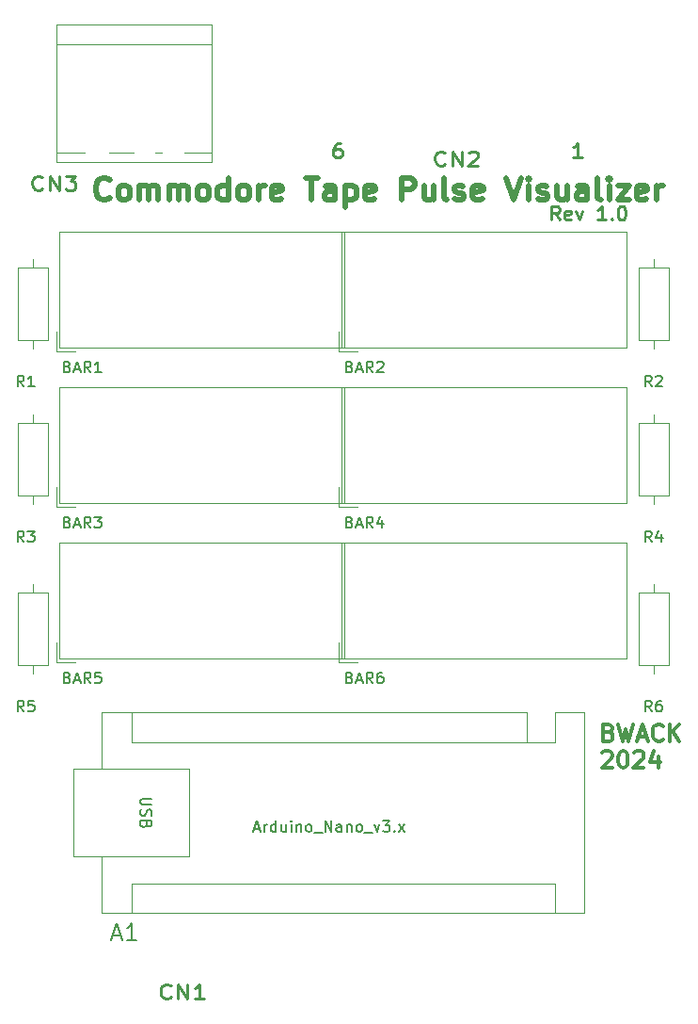
<source format=gbr>
%TF.GenerationSoftware,KiCad,Pcbnew,7.0.10-7.0.10~ubuntu20.04.1*%
%TF.CreationDate,2024-02-04T15:22:38+01:00*%
%TF.ProjectId,tapeadj,74617065-6164-46a2-9e6b-696361645f70,1.0*%
%TF.SameCoordinates,Original*%
%TF.FileFunction,Legend,Top*%
%TF.FilePolarity,Positive*%
%FSLAX46Y46*%
G04 Gerber Fmt 4.6, Leading zero omitted, Abs format (unit mm)*
G04 Created by KiCad (PCBNEW 7.0.10-7.0.10~ubuntu20.04.1) date 2024-02-04 15:22:38*
%MOMM*%
%LPD*%
G01*
G04 APERTURE LIST*
%ADD10C,0.250000*%
%ADD11C,0.500000*%
%ADD12C,0.300000*%
%ADD13C,0.150000*%
%ADD14C,0.120000*%
G04 APERTURE END LIST*
D10*
X115984377Y-44538023D02*
X115567711Y-43942785D01*
X115270092Y-44538023D02*
X115270092Y-43288023D01*
X115270092Y-43288023D02*
X115746282Y-43288023D01*
X115746282Y-43288023D02*
X115865330Y-43347547D01*
X115865330Y-43347547D02*
X115924853Y-43407071D01*
X115924853Y-43407071D02*
X115984377Y-43526119D01*
X115984377Y-43526119D02*
X115984377Y-43704690D01*
X115984377Y-43704690D02*
X115924853Y-43823738D01*
X115924853Y-43823738D02*
X115865330Y-43883261D01*
X115865330Y-43883261D02*
X115746282Y-43942785D01*
X115746282Y-43942785D02*
X115270092Y-43942785D01*
X116996282Y-44478500D02*
X116877234Y-44538023D01*
X116877234Y-44538023D02*
X116639139Y-44538023D01*
X116639139Y-44538023D02*
X116520092Y-44478500D01*
X116520092Y-44478500D02*
X116460568Y-44359452D01*
X116460568Y-44359452D02*
X116460568Y-43883261D01*
X116460568Y-43883261D02*
X116520092Y-43764214D01*
X116520092Y-43764214D02*
X116639139Y-43704690D01*
X116639139Y-43704690D02*
X116877234Y-43704690D01*
X116877234Y-43704690D02*
X116996282Y-43764214D01*
X116996282Y-43764214D02*
X117055806Y-43883261D01*
X117055806Y-43883261D02*
X117055806Y-44002309D01*
X117055806Y-44002309D02*
X116460568Y-44121357D01*
X117472473Y-43704690D02*
X117770092Y-44538023D01*
X117770092Y-44538023D02*
X118067711Y-43704690D01*
X120151044Y-44538023D02*
X119436759Y-44538023D01*
X119793902Y-44538023D02*
X119793902Y-43288023D01*
X119793902Y-43288023D02*
X119674854Y-43466595D01*
X119674854Y-43466595D02*
X119555806Y-43585642D01*
X119555806Y-43585642D02*
X119436759Y-43645166D01*
X120686759Y-44418976D02*
X120746282Y-44478500D01*
X120746282Y-44478500D02*
X120686759Y-44538023D01*
X120686759Y-44538023D02*
X120627235Y-44478500D01*
X120627235Y-44478500D02*
X120686759Y-44418976D01*
X120686759Y-44418976D02*
X120686759Y-44538023D01*
X121520092Y-43288023D02*
X121639139Y-43288023D01*
X121639139Y-43288023D02*
X121758187Y-43347547D01*
X121758187Y-43347547D02*
X121817711Y-43407071D01*
X121817711Y-43407071D02*
X121877235Y-43526119D01*
X121877235Y-43526119D02*
X121936758Y-43764214D01*
X121936758Y-43764214D02*
X121936758Y-44061833D01*
X121936758Y-44061833D02*
X121877235Y-44299928D01*
X121877235Y-44299928D02*
X121817711Y-44418976D01*
X121817711Y-44418976D02*
X121758187Y-44478500D01*
X121758187Y-44478500D02*
X121639139Y-44538023D01*
X121639139Y-44538023D02*
X121520092Y-44538023D01*
X121520092Y-44538023D02*
X121401044Y-44478500D01*
X121401044Y-44478500D02*
X121341520Y-44418976D01*
X121341520Y-44418976D02*
X121281997Y-44299928D01*
X121281997Y-44299928D02*
X121222473Y-44061833D01*
X121222473Y-44061833D02*
X121222473Y-43764214D01*
X121222473Y-43764214D02*
X121281997Y-43526119D01*
X121281997Y-43526119D02*
X121341520Y-43407071D01*
X121341520Y-43407071D02*
X121401044Y-43347547D01*
X121401044Y-43347547D02*
X121520092Y-43288023D01*
D11*
X75506394Y-42566361D02*
X75411156Y-42661600D01*
X75411156Y-42661600D02*
X75125442Y-42756838D01*
X75125442Y-42756838D02*
X74934966Y-42756838D01*
X74934966Y-42756838D02*
X74649251Y-42661600D01*
X74649251Y-42661600D02*
X74458775Y-42471123D01*
X74458775Y-42471123D02*
X74363537Y-42280647D01*
X74363537Y-42280647D02*
X74268299Y-41899695D01*
X74268299Y-41899695D02*
X74268299Y-41613980D01*
X74268299Y-41613980D02*
X74363537Y-41233028D01*
X74363537Y-41233028D02*
X74458775Y-41042552D01*
X74458775Y-41042552D02*
X74649251Y-40852076D01*
X74649251Y-40852076D02*
X74934966Y-40756838D01*
X74934966Y-40756838D02*
X75125442Y-40756838D01*
X75125442Y-40756838D02*
X75411156Y-40852076D01*
X75411156Y-40852076D02*
X75506394Y-40947314D01*
X76649251Y-42756838D02*
X76458775Y-42661600D01*
X76458775Y-42661600D02*
X76363537Y-42566361D01*
X76363537Y-42566361D02*
X76268299Y-42375885D01*
X76268299Y-42375885D02*
X76268299Y-41804457D01*
X76268299Y-41804457D02*
X76363537Y-41613980D01*
X76363537Y-41613980D02*
X76458775Y-41518742D01*
X76458775Y-41518742D02*
X76649251Y-41423504D01*
X76649251Y-41423504D02*
X76934966Y-41423504D01*
X76934966Y-41423504D02*
X77125442Y-41518742D01*
X77125442Y-41518742D02*
X77220680Y-41613980D01*
X77220680Y-41613980D02*
X77315918Y-41804457D01*
X77315918Y-41804457D02*
X77315918Y-42375885D01*
X77315918Y-42375885D02*
X77220680Y-42566361D01*
X77220680Y-42566361D02*
X77125442Y-42661600D01*
X77125442Y-42661600D02*
X76934966Y-42756838D01*
X76934966Y-42756838D02*
X76649251Y-42756838D01*
X78173061Y-42756838D02*
X78173061Y-41423504D01*
X78173061Y-41613980D02*
X78268299Y-41518742D01*
X78268299Y-41518742D02*
X78458775Y-41423504D01*
X78458775Y-41423504D02*
X78744490Y-41423504D01*
X78744490Y-41423504D02*
X78934966Y-41518742D01*
X78934966Y-41518742D02*
X79030204Y-41709219D01*
X79030204Y-41709219D02*
X79030204Y-42756838D01*
X79030204Y-41709219D02*
X79125442Y-41518742D01*
X79125442Y-41518742D02*
X79315918Y-41423504D01*
X79315918Y-41423504D02*
X79601632Y-41423504D01*
X79601632Y-41423504D02*
X79792109Y-41518742D01*
X79792109Y-41518742D02*
X79887347Y-41709219D01*
X79887347Y-41709219D02*
X79887347Y-42756838D01*
X80839728Y-42756838D02*
X80839728Y-41423504D01*
X80839728Y-41613980D02*
X80934966Y-41518742D01*
X80934966Y-41518742D02*
X81125442Y-41423504D01*
X81125442Y-41423504D02*
X81411157Y-41423504D01*
X81411157Y-41423504D02*
X81601633Y-41518742D01*
X81601633Y-41518742D02*
X81696871Y-41709219D01*
X81696871Y-41709219D02*
X81696871Y-42756838D01*
X81696871Y-41709219D02*
X81792109Y-41518742D01*
X81792109Y-41518742D02*
X81982585Y-41423504D01*
X81982585Y-41423504D02*
X82268299Y-41423504D01*
X82268299Y-41423504D02*
X82458776Y-41518742D01*
X82458776Y-41518742D02*
X82554014Y-41709219D01*
X82554014Y-41709219D02*
X82554014Y-42756838D01*
X83792109Y-42756838D02*
X83601633Y-42661600D01*
X83601633Y-42661600D02*
X83506395Y-42566361D01*
X83506395Y-42566361D02*
X83411157Y-42375885D01*
X83411157Y-42375885D02*
X83411157Y-41804457D01*
X83411157Y-41804457D02*
X83506395Y-41613980D01*
X83506395Y-41613980D02*
X83601633Y-41518742D01*
X83601633Y-41518742D02*
X83792109Y-41423504D01*
X83792109Y-41423504D02*
X84077824Y-41423504D01*
X84077824Y-41423504D02*
X84268300Y-41518742D01*
X84268300Y-41518742D02*
X84363538Y-41613980D01*
X84363538Y-41613980D02*
X84458776Y-41804457D01*
X84458776Y-41804457D02*
X84458776Y-42375885D01*
X84458776Y-42375885D02*
X84363538Y-42566361D01*
X84363538Y-42566361D02*
X84268300Y-42661600D01*
X84268300Y-42661600D02*
X84077824Y-42756838D01*
X84077824Y-42756838D02*
X83792109Y-42756838D01*
X86173062Y-42756838D02*
X86173062Y-40756838D01*
X86173062Y-42661600D02*
X85982586Y-42756838D01*
X85982586Y-42756838D02*
X85601633Y-42756838D01*
X85601633Y-42756838D02*
X85411157Y-42661600D01*
X85411157Y-42661600D02*
X85315919Y-42566361D01*
X85315919Y-42566361D02*
X85220681Y-42375885D01*
X85220681Y-42375885D02*
X85220681Y-41804457D01*
X85220681Y-41804457D02*
X85315919Y-41613980D01*
X85315919Y-41613980D02*
X85411157Y-41518742D01*
X85411157Y-41518742D02*
X85601633Y-41423504D01*
X85601633Y-41423504D02*
X85982586Y-41423504D01*
X85982586Y-41423504D02*
X86173062Y-41518742D01*
X87411157Y-42756838D02*
X87220681Y-42661600D01*
X87220681Y-42661600D02*
X87125443Y-42566361D01*
X87125443Y-42566361D02*
X87030205Y-42375885D01*
X87030205Y-42375885D02*
X87030205Y-41804457D01*
X87030205Y-41804457D02*
X87125443Y-41613980D01*
X87125443Y-41613980D02*
X87220681Y-41518742D01*
X87220681Y-41518742D02*
X87411157Y-41423504D01*
X87411157Y-41423504D02*
X87696872Y-41423504D01*
X87696872Y-41423504D02*
X87887348Y-41518742D01*
X87887348Y-41518742D02*
X87982586Y-41613980D01*
X87982586Y-41613980D02*
X88077824Y-41804457D01*
X88077824Y-41804457D02*
X88077824Y-42375885D01*
X88077824Y-42375885D02*
X87982586Y-42566361D01*
X87982586Y-42566361D02*
X87887348Y-42661600D01*
X87887348Y-42661600D02*
X87696872Y-42756838D01*
X87696872Y-42756838D02*
X87411157Y-42756838D01*
X88934967Y-42756838D02*
X88934967Y-41423504D01*
X88934967Y-41804457D02*
X89030205Y-41613980D01*
X89030205Y-41613980D02*
X89125443Y-41518742D01*
X89125443Y-41518742D02*
X89315919Y-41423504D01*
X89315919Y-41423504D02*
X89506396Y-41423504D01*
X90934967Y-42661600D02*
X90744491Y-42756838D01*
X90744491Y-42756838D02*
X90363538Y-42756838D01*
X90363538Y-42756838D02*
X90173062Y-42661600D01*
X90173062Y-42661600D02*
X90077824Y-42471123D01*
X90077824Y-42471123D02*
X90077824Y-41709219D01*
X90077824Y-41709219D02*
X90173062Y-41518742D01*
X90173062Y-41518742D02*
X90363538Y-41423504D01*
X90363538Y-41423504D02*
X90744491Y-41423504D01*
X90744491Y-41423504D02*
X90934967Y-41518742D01*
X90934967Y-41518742D02*
X91030205Y-41709219D01*
X91030205Y-41709219D02*
X91030205Y-41899695D01*
X91030205Y-41899695D02*
X90077824Y-42090171D01*
X93125444Y-40756838D02*
X94268301Y-40756838D01*
X93696872Y-42756838D02*
X93696872Y-40756838D01*
X95792111Y-42756838D02*
X95792111Y-41709219D01*
X95792111Y-41709219D02*
X95696873Y-41518742D01*
X95696873Y-41518742D02*
X95506397Y-41423504D01*
X95506397Y-41423504D02*
X95125444Y-41423504D01*
X95125444Y-41423504D02*
X94934968Y-41518742D01*
X95792111Y-42661600D02*
X95601635Y-42756838D01*
X95601635Y-42756838D02*
X95125444Y-42756838D01*
X95125444Y-42756838D02*
X94934968Y-42661600D01*
X94934968Y-42661600D02*
X94839730Y-42471123D01*
X94839730Y-42471123D02*
X94839730Y-42280647D01*
X94839730Y-42280647D02*
X94934968Y-42090171D01*
X94934968Y-42090171D02*
X95125444Y-41994933D01*
X95125444Y-41994933D02*
X95601635Y-41994933D01*
X95601635Y-41994933D02*
X95792111Y-41899695D01*
X96744492Y-41423504D02*
X96744492Y-43423504D01*
X96744492Y-41518742D02*
X96934968Y-41423504D01*
X96934968Y-41423504D02*
X97315921Y-41423504D01*
X97315921Y-41423504D02*
X97506397Y-41518742D01*
X97506397Y-41518742D02*
X97601635Y-41613980D01*
X97601635Y-41613980D02*
X97696873Y-41804457D01*
X97696873Y-41804457D02*
X97696873Y-42375885D01*
X97696873Y-42375885D02*
X97601635Y-42566361D01*
X97601635Y-42566361D02*
X97506397Y-42661600D01*
X97506397Y-42661600D02*
X97315921Y-42756838D01*
X97315921Y-42756838D02*
X96934968Y-42756838D01*
X96934968Y-42756838D02*
X96744492Y-42661600D01*
X99315921Y-42661600D02*
X99125445Y-42756838D01*
X99125445Y-42756838D02*
X98744492Y-42756838D01*
X98744492Y-42756838D02*
X98554016Y-42661600D01*
X98554016Y-42661600D02*
X98458778Y-42471123D01*
X98458778Y-42471123D02*
X98458778Y-41709219D01*
X98458778Y-41709219D02*
X98554016Y-41518742D01*
X98554016Y-41518742D02*
X98744492Y-41423504D01*
X98744492Y-41423504D02*
X99125445Y-41423504D01*
X99125445Y-41423504D02*
X99315921Y-41518742D01*
X99315921Y-41518742D02*
X99411159Y-41709219D01*
X99411159Y-41709219D02*
X99411159Y-41899695D01*
X99411159Y-41899695D02*
X98458778Y-42090171D01*
X101792112Y-42756838D02*
X101792112Y-40756838D01*
X101792112Y-40756838D02*
X102554017Y-40756838D01*
X102554017Y-40756838D02*
X102744493Y-40852076D01*
X102744493Y-40852076D02*
X102839731Y-40947314D01*
X102839731Y-40947314D02*
X102934969Y-41137790D01*
X102934969Y-41137790D02*
X102934969Y-41423504D01*
X102934969Y-41423504D02*
X102839731Y-41613980D01*
X102839731Y-41613980D02*
X102744493Y-41709219D01*
X102744493Y-41709219D02*
X102554017Y-41804457D01*
X102554017Y-41804457D02*
X101792112Y-41804457D01*
X104649255Y-41423504D02*
X104649255Y-42756838D01*
X103792112Y-41423504D02*
X103792112Y-42471123D01*
X103792112Y-42471123D02*
X103887350Y-42661600D01*
X103887350Y-42661600D02*
X104077826Y-42756838D01*
X104077826Y-42756838D02*
X104363541Y-42756838D01*
X104363541Y-42756838D02*
X104554017Y-42661600D01*
X104554017Y-42661600D02*
X104649255Y-42566361D01*
X105887350Y-42756838D02*
X105696874Y-42661600D01*
X105696874Y-42661600D02*
X105601636Y-42471123D01*
X105601636Y-42471123D02*
X105601636Y-40756838D01*
X106554017Y-42661600D02*
X106744493Y-42756838D01*
X106744493Y-42756838D02*
X107125445Y-42756838D01*
X107125445Y-42756838D02*
X107315922Y-42661600D01*
X107315922Y-42661600D02*
X107411160Y-42471123D01*
X107411160Y-42471123D02*
X107411160Y-42375885D01*
X107411160Y-42375885D02*
X107315922Y-42185409D01*
X107315922Y-42185409D02*
X107125445Y-42090171D01*
X107125445Y-42090171D02*
X106839731Y-42090171D01*
X106839731Y-42090171D02*
X106649255Y-41994933D01*
X106649255Y-41994933D02*
X106554017Y-41804457D01*
X106554017Y-41804457D02*
X106554017Y-41709219D01*
X106554017Y-41709219D02*
X106649255Y-41518742D01*
X106649255Y-41518742D02*
X106839731Y-41423504D01*
X106839731Y-41423504D02*
X107125445Y-41423504D01*
X107125445Y-41423504D02*
X107315922Y-41518742D01*
X109030208Y-42661600D02*
X108839732Y-42756838D01*
X108839732Y-42756838D02*
X108458779Y-42756838D01*
X108458779Y-42756838D02*
X108268303Y-42661600D01*
X108268303Y-42661600D02*
X108173065Y-42471123D01*
X108173065Y-42471123D02*
X108173065Y-41709219D01*
X108173065Y-41709219D02*
X108268303Y-41518742D01*
X108268303Y-41518742D02*
X108458779Y-41423504D01*
X108458779Y-41423504D02*
X108839732Y-41423504D01*
X108839732Y-41423504D02*
X109030208Y-41518742D01*
X109030208Y-41518742D02*
X109125446Y-41709219D01*
X109125446Y-41709219D02*
X109125446Y-41899695D01*
X109125446Y-41899695D02*
X108173065Y-42090171D01*
X111220685Y-40756838D02*
X111887351Y-42756838D01*
X111887351Y-42756838D02*
X112554018Y-40756838D01*
X113220685Y-42756838D02*
X113220685Y-41423504D01*
X113220685Y-40756838D02*
X113125447Y-40852076D01*
X113125447Y-40852076D02*
X113220685Y-40947314D01*
X113220685Y-40947314D02*
X113315923Y-40852076D01*
X113315923Y-40852076D02*
X113220685Y-40756838D01*
X113220685Y-40756838D02*
X113220685Y-40947314D01*
X114077828Y-42661600D02*
X114268304Y-42756838D01*
X114268304Y-42756838D02*
X114649256Y-42756838D01*
X114649256Y-42756838D02*
X114839733Y-42661600D01*
X114839733Y-42661600D02*
X114934971Y-42471123D01*
X114934971Y-42471123D02*
X114934971Y-42375885D01*
X114934971Y-42375885D02*
X114839733Y-42185409D01*
X114839733Y-42185409D02*
X114649256Y-42090171D01*
X114649256Y-42090171D02*
X114363542Y-42090171D01*
X114363542Y-42090171D02*
X114173066Y-41994933D01*
X114173066Y-41994933D02*
X114077828Y-41804457D01*
X114077828Y-41804457D02*
X114077828Y-41709219D01*
X114077828Y-41709219D02*
X114173066Y-41518742D01*
X114173066Y-41518742D02*
X114363542Y-41423504D01*
X114363542Y-41423504D02*
X114649256Y-41423504D01*
X114649256Y-41423504D02*
X114839733Y-41518742D01*
X116649257Y-41423504D02*
X116649257Y-42756838D01*
X115792114Y-41423504D02*
X115792114Y-42471123D01*
X115792114Y-42471123D02*
X115887352Y-42661600D01*
X115887352Y-42661600D02*
X116077828Y-42756838D01*
X116077828Y-42756838D02*
X116363543Y-42756838D01*
X116363543Y-42756838D02*
X116554019Y-42661600D01*
X116554019Y-42661600D02*
X116649257Y-42566361D01*
X118458781Y-42756838D02*
X118458781Y-41709219D01*
X118458781Y-41709219D02*
X118363543Y-41518742D01*
X118363543Y-41518742D02*
X118173067Y-41423504D01*
X118173067Y-41423504D02*
X117792114Y-41423504D01*
X117792114Y-41423504D02*
X117601638Y-41518742D01*
X118458781Y-42661600D02*
X118268305Y-42756838D01*
X118268305Y-42756838D02*
X117792114Y-42756838D01*
X117792114Y-42756838D02*
X117601638Y-42661600D01*
X117601638Y-42661600D02*
X117506400Y-42471123D01*
X117506400Y-42471123D02*
X117506400Y-42280647D01*
X117506400Y-42280647D02*
X117601638Y-42090171D01*
X117601638Y-42090171D02*
X117792114Y-41994933D01*
X117792114Y-41994933D02*
X118268305Y-41994933D01*
X118268305Y-41994933D02*
X118458781Y-41899695D01*
X119696876Y-42756838D02*
X119506400Y-42661600D01*
X119506400Y-42661600D02*
X119411162Y-42471123D01*
X119411162Y-42471123D02*
X119411162Y-40756838D01*
X120458781Y-42756838D02*
X120458781Y-41423504D01*
X120458781Y-40756838D02*
X120363543Y-40852076D01*
X120363543Y-40852076D02*
X120458781Y-40947314D01*
X120458781Y-40947314D02*
X120554019Y-40852076D01*
X120554019Y-40852076D02*
X120458781Y-40756838D01*
X120458781Y-40756838D02*
X120458781Y-40947314D01*
X121220686Y-41423504D02*
X122268305Y-41423504D01*
X122268305Y-41423504D02*
X121220686Y-42756838D01*
X121220686Y-42756838D02*
X122268305Y-42756838D01*
X123792115Y-42661600D02*
X123601639Y-42756838D01*
X123601639Y-42756838D02*
X123220686Y-42756838D01*
X123220686Y-42756838D02*
X123030210Y-42661600D01*
X123030210Y-42661600D02*
X122934972Y-42471123D01*
X122934972Y-42471123D02*
X122934972Y-41709219D01*
X122934972Y-41709219D02*
X123030210Y-41518742D01*
X123030210Y-41518742D02*
X123220686Y-41423504D01*
X123220686Y-41423504D02*
X123601639Y-41423504D01*
X123601639Y-41423504D02*
X123792115Y-41518742D01*
X123792115Y-41518742D02*
X123887353Y-41709219D01*
X123887353Y-41709219D02*
X123887353Y-41899695D01*
X123887353Y-41899695D02*
X122934972Y-42090171D01*
X124744496Y-42756838D02*
X124744496Y-41423504D01*
X124744496Y-41804457D02*
X124839734Y-41613980D01*
X124839734Y-41613980D02*
X124934972Y-41518742D01*
X124934972Y-41518742D02*
X125125448Y-41423504D01*
X125125448Y-41423504D02*
X125315925Y-41423504D01*
D12*
X120434510Y-90580114D02*
X120648796Y-90651542D01*
X120648796Y-90651542D02*
X120720225Y-90722971D01*
X120720225Y-90722971D02*
X120791653Y-90865828D01*
X120791653Y-90865828D02*
X120791653Y-91080114D01*
X120791653Y-91080114D02*
X120720225Y-91222971D01*
X120720225Y-91222971D02*
X120648796Y-91294400D01*
X120648796Y-91294400D02*
X120505939Y-91365828D01*
X120505939Y-91365828D02*
X119934510Y-91365828D01*
X119934510Y-91365828D02*
X119934510Y-89865828D01*
X119934510Y-89865828D02*
X120434510Y-89865828D01*
X120434510Y-89865828D02*
X120577368Y-89937257D01*
X120577368Y-89937257D02*
X120648796Y-90008685D01*
X120648796Y-90008685D02*
X120720225Y-90151542D01*
X120720225Y-90151542D02*
X120720225Y-90294400D01*
X120720225Y-90294400D02*
X120648796Y-90437257D01*
X120648796Y-90437257D02*
X120577368Y-90508685D01*
X120577368Y-90508685D02*
X120434510Y-90580114D01*
X120434510Y-90580114D02*
X119934510Y-90580114D01*
X121291653Y-89865828D02*
X121648796Y-91365828D01*
X121648796Y-91365828D02*
X121934510Y-90294400D01*
X121934510Y-90294400D02*
X122220225Y-91365828D01*
X122220225Y-91365828D02*
X122577368Y-89865828D01*
X123077368Y-90937257D02*
X123791654Y-90937257D01*
X122934511Y-91365828D02*
X123434511Y-89865828D01*
X123434511Y-89865828D02*
X123934511Y-91365828D01*
X125291653Y-91222971D02*
X125220225Y-91294400D01*
X125220225Y-91294400D02*
X125005939Y-91365828D01*
X125005939Y-91365828D02*
X124863082Y-91365828D01*
X124863082Y-91365828D02*
X124648796Y-91294400D01*
X124648796Y-91294400D02*
X124505939Y-91151542D01*
X124505939Y-91151542D02*
X124434510Y-91008685D01*
X124434510Y-91008685D02*
X124363082Y-90722971D01*
X124363082Y-90722971D02*
X124363082Y-90508685D01*
X124363082Y-90508685D02*
X124434510Y-90222971D01*
X124434510Y-90222971D02*
X124505939Y-90080114D01*
X124505939Y-90080114D02*
X124648796Y-89937257D01*
X124648796Y-89937257D02*
X124863082Y-89865828D01*
X124863082Y-89865828D02*
X125005939Y-89865828D01*
X125005939Y-89865828D02*
X125220225Y-89937257D01*
X125220225Y-89937257D02*
X125291653Y-90008685D01*
X125934510Y-91365828D02*
X125934510Y-89865828D01*
X126791653Y-91365828D02*
X126148796Y-90508685D01*
X126791653Y-89865828D02*
X125934510Y-90722971D01*
X119863082Y-92423685D02*
X119934510Y-92352257D01*
X119934510Y-92352257D02*
X120077368Y-92280828D01*
X120077368Y-92280828D02*
X120434510Y-92280828D01*
X120434510Y-92280828D02*
X120577368Y-92352257D01*
X120577368Y-92352257D02*
X120648796Y-92423685D01*
X120648796Y-92423685D02*
X120720225Y-92566542D01*
X120720225Y-92566542D02*
X120720225Y-92709400D01*
X120720225Y-92709400D02*
X120648796Y-92923685D01*
X120648796Y-92923685D02*
X119791653Y-93780828D01*
X119791653Y-93780828D02*
X120720225Y-93780828D01*
X121648796Y-92280828D02*
X121791653Y-92280828D01*
X121791653Y-92280828D02*
X121934510Y-92352257D01*
X121934510Y-92352257D02*
X122005939Y-92423685D01*
X122005939Y-92423685D02*
X122077367Y-92566542D01*
X122077367Y-92566542D02*
X122148796Y-92852257D01*
X122148796Y-92852257D02*
X122148796Y-93209400D01*
X122148796Y-93209400D02*
X122077367Y-93495114D01*
X122077367Y-93495114D02*
X122005939Y-93637971D01*
X122005939Y-93637971D02*
X121934510Y-93709400D01*
X121934510Y-93709400D02*
X121791653Y-93780828D01*
X121791653Y-93780828D02*
X121648796Y-93780828D01*
X121648796Y-93780828D02*
X121505939Y-93709400D01*
X121505939Y-93709400D02*
X121434510Y-93637971D01*
X121434510Y-93637971D02*
X121363081Y-93495114D01*
X121363081Y-93495114D02*
X121291653Y-93209400D01*
X121291653Y-93209400D02*
X121291653Y-92852257D01*
X121291653Y-92852257D02*
X121363081Y-92566542D01*
X121363081Y-92566542D02*
X121434510Y-92423685D01*
X121434510Y-92423685D02*
X121505939Y-92352257D01*
X121505939Y-92352257D02*
X121648796Y-92280828D01*
X122720224Y-92423685D02*
X122791652Y-92352257D01*
X122791652Y-92352257D02*
X122934510Y-92280828D01*
X122934510Y-92280828D02*
X123291652Y-92280828D01*
X123291652Y-92280828D02*
X123434510Y-92352257D01*
X123434510Y-92352257D02*
X123505938Y-92423685D01*
X123505938Y-92423685D02*
X123577367Y-92566542D01*
X123577367Y-92566542D02*
X123577367Y-92709400D01*
X123577367Y-92709400D02*
X123505938Y-92923685D01*
X123505938Y-92923685D02*
X122648795Y-93780828D01*
X122648795Y-93780828D02*
X123577367Y-93780828D01*
X124863081Y-92780828D02*
X124863081Y-93780828D01*
X124505938Y-92209400D02*
X124148795Y-93280828D01*
X124148795Y-93280828D02*
X125077366Y-93280828D01*
D10*
X81006285Y-114365226D02*
X80934857Y-114424750D01*
X80934857Y-114424750D02*
X80720571Y-114484273D01*
X80720571Y-114484273D02*
X80577714Y-114484273D01*
X80577714Y-114484273D02*
X80363428Y-114424750D01*
X80363428Y-114424750D02*
X80220571Y-114305702D01*
X80220571Y-114305702D02*
X80149142Y-114186654D01*
X80149142Y-114186654D02*
X80077714Y-113948559D01*
X80077714Y-113948559D02*
X80077714Y-113769988D01*
X80077714Y-113769988D02*
X80149142Y-113531892D01*
X80149142Y-113531892D02*
X80220571Y-113412845D01*
X80220571Y-113412845D02*
X80363428Y-113293797D01*
X80363428Y-113293797D02*
X80577714Y-113234273D01*
X80577714Y-113234273D02*
X80720571Y-113234273D01*
X80720571Y-113234273D02*
X80934857Y-113293797D01*
X80934857Y-113293797D02*
X81006285Y-113353321D01*
X81649142Y-114484273D02*
X81649142Y-113234273D01*
X81649142Y-113234273D02*
X82506285Y-114484273D01*
X82506285Y-114484273D02*
X82506285Y-113234273D01*
X84006286Y-114484273D02*
X83149143Y-114484273D01*
X83577714Y-114484273D02*
X83577714Y-113234273D01*
X83577714Y-113234273D02*
X83434857Y-113412845D01*
X83434857Y-113412845D02*
X83292000Y-113531892D01*
X83292000Y-113531892D02*
X83149143Y-113591416D01*
D13*
X124293333Y-73479819D02*
X123960000Y-73003628D01*
X123721905Y-73479819D02*
X123721905Y-72479819D01*
X123721905Y-72479819D02*
X124102857Y-72479819D01*
X124102857Y-72479819D02*
X124198095Y-72527438D01*
X124198095Y-72527438D02*
X124245714Y-72575057D01*
X124245714Y-72575057D02*
X124293333Y-72670295D01*
X124293333Y-72670295D02*
X124293333Y-72813152D01*
X124293333Y-72813152D02*
X124245714Y-72908390D01*
X124245714Y-72908390D02*
X124198095Y-72956009D01*
X124198095Y-72956009D02*
X124102857Y-73003628D01*
X124102857Y-73003628D02*
X123721905Y-73003628D01*
X125150476Y-72813152D02*
X125150476Y-73479819D01*
X124912381Y-72432200D02*
X124674286Y-73146485D01*
X124674286Y-73146485D02*
X125293333Y-73146485D01*
X124293333Y-88719819D02*
X123960000Y-88243628D01*
X123721905Y-88719819D02*
X123721905Y-87719819D01*
X123721905Y-87719819D02*
X124102857Y-87719819D01*
X124102857Y-87719819D02*
X124198095Y-87767438D01*
X124198095Y-87767438D02*
X124245714Y-87815057D01*
X124245714Y-87815057D02*
X124293333Y-87910295D01*
X124293333Y-87910295D02*
X124293333Y-88053152D01*
X124293333Y-88053152D02*
X124245714Y-88148390D01*
X124245714Y-88148390D02*
X124198095Y-88196009D01*
X124198095Y-88196009D02*
X124102857Y-88243628D01*
X124102857Y-88243628D02*
X123721905Y-88243628D01*
X125150476Y-87719819D02*
X124960000Y-87719819D01*
X124960000Y-87719819D02*
X124864762Y-87767438D01*
X124864762Y-87767438D02*
X124817143Y-87815057D01*
X124817143Y-87815057D02*
X124721905Y-87957914D01*
X124721905Y-87957914D02*
X124674286Y-88148390D01*
X124674286Y-88148390D02*
X124674286Y-88529342D01*
X124674286Y-88529342D02*
X124721905Y-88624580D01*
X124721905Y-88624580D02*
X124769524Y-88672200D01*
X124769524Y-88672200D02*
X124864762Y-88719819D01*
X124864762Y-88719819D02*
X125055238Y-88719819D01*
X125055238Y-88719819D02*
X125150476Y-88672200D01*
X125150476Y-88672200D02*
X125198095Y-88624580D01*
X125198095Y-88624580D02*
X125245714Y-88529342D01*
X125245714Y-88529342D02*
X125245714Y-88291247D01*
X125245714Y-88291247D02*
X125198095Y-88196009D01*
X125198095Y-88196009D02*
X125150476Y-88148390D01*
X125150476Y-88148390D02*
X125055238Y-88100771D01*
X125055238Y-88100771D02*
X124864762Y-88100771D01*
X124864762Y-88100771D02*
X124769524Y-88148390D01*
X124769524Y-88148390D02*
X124721905Y-88196009D01*
X124721905Y-88196009D02*
X124674286Y-88291247D01*
X97091666Y-71686009D02*
X97234523Y-71733628D01*
X97234523Y-71733628D02*
X97282142Y-71781247D01*
X97282142Y-71781247D02*
X97329761Y-71876485D01*
X97329761Y-71876485D02*
X97329761Y-72019342D01*
X97329761Y-72019342D02*
X97282142Y-72114580D01*
X97282142Y-72114580D02*
X97234523Y-72162200D01*
X97234523Y-72162200D02*
X97139285Y-72209819D01*
X97139285Y-72209819D02*
X96758333Y-72209819D01*
X96758333Y-72209819D02*
X96758333Y-71209819D01*
X96758333Y-71209819D02*
X97091666Y-71209819D01*
X97091666Y-71209819D02*
X97186904Y-71257438D01*
X97186904Y-71257438D02*
X97234523Y-71305057D01*
X97234523Y-71305057D02*
X97282142Y-71400295D01*
X97282142Y-71400295D02*
X97282142Y-71495533D01*
X97282142Y-71495533D02*
X97234523Y-71590771D01*
X97234523Y-71590771D02*
X97186904Y-71638390D01*
X97186904Y-71638390D02*
X97091666Y-71686009D01*
X97091666Y-71686009D02*
X96758333Y-71686009D01*
X97710714Y-71924104D02*
X98186904Y-71924104D01*
X97615476Y-72209819D02*
X97948809Y-71209819D01*
X97948809Y-71209819D02*
X98282142Y-72209819D01*
X99186904Y-72209819D02*
X98853571Y-71733628D01*
X98615476Y-72209819D02*
X98615476Y-71209819D01*
X98615476Y-71209819D02*
X98996428Y-71209819D01*
X98996428Y-71209819D02*
X99091666Y-71257438D01*
X99091666Y-71257438D02*
X99139285Y-71305057D01*
X99139285Y-71305057D02*
X99186904Y-71400295D01*
X99186904Y-71400295D02*
X99186904Y-71543152D01*
X99186904Y-71543152D02*
X99139285Y-71638390D01*
X99139285Y-71638390D02*
X99091666Y-71686009D01*
X99091666Y-71686009D02*
X98996428Y-71733628D01*
X98996428Y-71733628D02*
X98615476Y-71733628D01*
X100044047Y-71543152D02*
X100044047Y-72209819D01*
X99805952Y-71162200D02*
X99567857Y-71876485D01*
X99567857Y-71876485D02*
X100186904Y-71876485D01*
X67778333Y-73479819D02*
X67445000Y-73003628D01*
X67206905Y-73479819D02*
X67206905Y-72479819D01*
X67206905Y-72479819D02*
X67587857Y-72479819D01*
X67587857Y-72479819D02*
X67683095Y-72527438D01*
X67683095Y-72527438D02*
X67730714Y-72575057D01*
X67730714Y-72575057D02*
X67778333Y-72670295D01*
X67778333Y-72670295D02*
X67778333Y-72813152D01*
X67778333Y-72813152D02*
X67730714Y-72908390D01*
X67730714Y-72908390D02*
X67683095Y-72956009D01*
X67683095Y-72956009D02*
X67587857Y-73003628D01*
X67587857Y-73003628D02*
X67206905Y-73003628D01*
X68111667Y-72479819D02*
X68730714Y-72479819D01*
X68730714Y-72479819D02*
X68397381Y-72860771D01*
X68397381Y-72860771D02*
X68540238Y-72860771D01*
X68540238Y-72860771D02*
X68635476Y-72908390D01*
X68635476Y-72908390D02*
X68683095Y-72956009D01*
X68683095Y-72956009D02*
X68730714Y-73051247D01*
X68730714Y-73051247D02*
X68730714Y-73289342D01*
X68730714Y-73289342D02*
X68683095Y-73384580D01*
X68683095Y-73384580D02*
X68635476Y-73432200D01*
X68635476Y-73432200D02*
X68540238Y-73479819D01*
X68540238Y-73479819D02*
X68254524Y-73479819D01*
X68254524Y-73479819D02*
X68159286Y-73432200D01*
X68159286Y-73432200D02*
X68111667Y-73384580D01*
X97091666Y-57716009D02*
X97234523Y-57763628D01*
X97234523Y-57763628D02*
X97282142Y-57811247D01*
X97282142Y-57811247D02*
X97329761Y-57906485D01*
X97329761Y-57906485D02*
X97329761Y-58049342D01*
X97329761Y-58049342D02*
X97282142Y-58144580D01*
X97282142Y-58144580D02*
X97234523Y-58192200D01*
X97234523Y-58192200D02*
X97139285Y-58239819D01*
X97139285Y-58239819D02*
X96758333Y-58239819D01*
X96758333Y-58239819D02*
X96758333Y-57239819D01*
X96758333Y-57239819D02*
X97091666Y-57239819D01*
X97091666Y-57239819D02*
X97186904Y-57287438D01*
X97186904Y-57287438D02*
X97234523Y-57335057D01*
X97234523Y-57335057D02*
X97282142Y-57430295D01*
X97282142Y-57430295D02*
X97282142Y-57525533D01*
X97282142Y-57525533D02*
X97234523Y-57620771D01*
X97234523Y-57620771D02*
X97186904Y-57668390D01*
X97186904Y-57668390D02*
X97091666Y-57716009D01*
X97091666Y-57716009D02*
X96758333Y-57716009D01*
X97710714Y-57954104D02*
X98186904Y-57954104D01*
X97615476Y-58239819D02*
X97948809Y-57239819D01*
X97948809Y-57239819D02*
X98282142Y-58239819D01*
X99186904Y-58239819D02*
X98853571Y-57763628D01*
X98615476Y-58239819D02*
X98615476Y-57239819D01*
X98615476Y-57239819D02*
X98996428Y-57239819D01*
X98996428Y-57239819D02*
X99091666Y-57287438D01*
X99091666Y-57287438D02*
X99139285Y-57335057D01*
X99139285Y-57335057D02*
X99186904Y-57430295D01*
X99186904Y-57430295D02*
X99186904Y-57573152D01*
X99186904Y-57573152D02*
X99139285Y-57668390D01*
X99139285Y-57668390D02*
X99091666Y-57716009D01*
X99091666Y-57716009D02*
X98996428Y-57763628D01*
X98996428Y-57763628D02*
X98615476Y-57763628D01*
X99567857Y-57335057D02*
X99615476Y-57287438D01*
X99615476Y-57287438D02*
X99710714Y-57239819D01*
X99710714Y-57239819D02*
X99948809Y-57239819D01*
X99948809Y-57239819D02*
X100044047Y-57287438D01*
X100044047Y-57287438D02*
X100091666Y-57335057D01*
X100091666Y-57335057D02*
X100139285Y-57430295D01*
X100139285Y-57430295D02*
X100139285Y-57525533D01*
X100139285Y-57525533D02*
X100091666Y-57668390D01*
X100091666Y-57668390D02*
X99520238Y-58239819D01*
X99520238Y-58239819D02*
X100139285Y-58239819D01*
X71691666Y-57716009D02*
X71834523Y-57763628D01*
X71834523Y-57763628D02*
X71882142Y-57811247D01*
X71882142Y-57811247D02*
X71929761Y-57906485D01*
X71929761Y-57906485D02*
X71929761Y-58049342D01*
X71929761Y-58049342D02*
X71882142Y-58144580D01*
X71882142Y-58144580D02*
X71834523Y-58192200D01*
X71834523Y-58192200D02*
X71739285Y-58239819D01*
X71739285Y-58239819D02*
X71358333Y-58239819D01*
X71358333Y-58239819D02*
X71358333Y-57239819D01*
X71358333Y-57239819D02*
X71691666Y-57239819D01*
X71691666Y-57239819D02*
X71786904Y-57287438D01*
X71786904Y-57287438D02*
X71834523Y-57335057D01*
X71834523Y-57335057D02*
X71882142Y-57430295D01*
X71882142Y-57430295D02*
X71882142Y-57525533D01*
X71882142Y-57525533D02*
X71834523Y-57620771D01*
X71834523Y-57620771D02*
X71786904Y-57668390D01*
X71786904Y-57668390D02*
X71691666Y-57716009D01*
X71691666Y-57716009D02*
X71358333Y-57716009D01*
X72310714Y-57954104D02*
X72786904Y-57954104D01*
X72215476Y-58239819D02*
X72548809Y-57239819D01*
X72548809Y-57239819D02*
X72882142Y-58239819D01*
X73786904Y-58239819D02*
X73453571Y-57763628D01*
X73215476Y-58239819D02*
X73215476Y-57239819D01*
X73215476Y-57239819D02*
X73596428Y-57239819D01*
X73596428Y-57239819D02*
X73691666Y-57287438D01*
X73691666Y-57287438D02*
X73739285Y-57335057D01*
X73739285Y-57335057D02*
X73786904Y-57430295D01*
X73786904Y-57430295D02*
X73786904Y-57573152D01*
X73786904Y-57573152D02*
X73739285Y-57668390D01*
X73739285Y-57668390D02*
X73691666Y-57716009D01*
X73691666Y-57716009D02*
X73596428Y-57763628D01*
X73596428Y-57763628D02*
X73215476Y-57763628D01*
X74739285Y-58239819D02*
X74167857Y-58239819D01*
X74453571Y-58239819D02*
X74453571Y-57239819D01*
X74453571Y-57239819D02*
X74358333Y-57382676D01*
X74358333Y-57382676D02*
X74263095Y-57477914D01*
X74263095Y-57477914D02*
X74167857Y-57525533D01*
D10*
X105677673Y-39517746D02*
X105606245Y-39577270D01*
X105606245Y-39577270D02*
X105391959Y-39636793D01*
X105391959Y-39636793D02*
X105249102Y-39636793D01*
X105249102Y-39636793D02*
X105034816Y-39577270D01*
X105034816Y-39577270D02*
X104891959Y-39458222D01*
X104891959Y-39458222D02*
X104820530Y-39339174D01*
X104820530Y-39339174D02*
X104749102Y-39101079D01*
X104749102Y-39101079D02*
X104749102Y-38922508D01*
X104749102Y-38922508D02*
X104820530Y-38684412D01*
X104820530Y-38684412D02*
X104891959Y-38565365D01*
X104891959Y-38565365D02*
X105034816Y-38446317D01*
X105034816Y-38446317D02*
X105249102Y-38386793D01*
X105249102Y-38386793D02*
X105391959Y-38386793D01*
X105391959Y-38386793D02*
X105606245Y-38446317D01*
X105606245Y-38446317D02*
X105677673Y-38505841D01*
X106320530Y-39636793D02*
X106320530Y-38386793D01*
X106320530Y-38386793D02*
X107177673Y-39636793D01*
X107177673Y-39636793D02*
X107177673Y-38386793D01*
X107820531Y-38505841D02*
X107891959Y-38446317D01*
X107891959Y-38446317D02*
X108034817Y-38386793D01*
X108034817Y-38386793D02*
X108391959Y-38386793D01*
X108391959Y-38386793D02*
X108534817Y-38446317D01*
X108534817Y-38446317D02*
X108606245Y-38505841D01*
X108606245Y-38505841D02*
X108677674Y-38624889D01*
X108677674Y-38624889D02*
X108677674Y-38743936D01*
X108677674Y-38743936D02*
X108606245Y-38922508D01*
X108606245Y-38922508D02*
X107749102Y-39636793D01*
X107749102Y-39636793D02*
X108677674Y-39636793D01*
X96322518Y-37655543D02*
X96036803Y-37655543D01*
X96036803Y-37655543D02*
X95893946Y-37715067D01*
X95893946Y-37715067D02*
X95822518Y-37774591D01*
X95822518Y-37774591D02*
X95679660Y-37953162D01*
X95679660Y-37953162D02*
X95608232Y-38191258D01*
X95608232Y-38191258D02*
X95608232Y-38667448D01*
X95608232Y-38667448D02*
X95679660Y-38786496D01*
X95679660Y-38786496D02*
X95751089Y-38846020D01*
X95751089Y-38846020D02*
X95893946Y-38905543D01*
X95893946Y-38905543D02*
X96179660Y-38905543D01*
X96179660Y-38905543D02*
X96322518Y-38846020D01*
X96322518Y-38846020D02*
X96393946Y-38786496D01*
X96393946Y-38786496D02*
X96465375Y-38667448D01*
X96465375Y-38667448D02*
X96465375Y-38369829D01*
X96465375Y-38369829D02*
X96393946Y-38250781D01*
X96393946Y-38250781D02*
X96322518Y-38191258D01*
X96322518Y-38191258D02*
X96179660Y-38131734D01*
X96179660Y-38131734D02*
X95893946Y-38131734D01*
X95893946Y-38131734D02*
X95751089Y-38191258D01*
X95751089Y-38191258D02*
X95679660Y-38250781D01*
X95679660Y-38250781D02*
X95608232Y-38369829D01*
X118055375Y-38905543D02*
X117198232Y-38905543D01*
X117626803Y-38905543D02*
X117626803Y-37655543D01*
X117626803Y-37655543D02*
X117483946Y-37834115D01*
X117483946Y-37834115D02*
X117341089Y-37953162D01*
X117341089Y-37953162D02*
X117198232Y-38012686D01*
D13*
X67778333Y-88719819D02*
X67445000Y-88243628D01*
X67206905Y-88719819D02*
X67206905Y-87719819D01*
X67206905Y-87719819D02*
X67587857Y-87719819D01*
X67587857Y-87719819D02*
X67683095Y-87767438D01*
X67683095Y-87767438D02*
X67730714Y-87815057D01*
X67730714Y-87815057D02*
X67778333Y-87910295D01*
X67778333Y-87910295D02*
X67778333Y-88053152D01*
X67778333Y-88053152D02*
X67730714Y-88148390D01*
X67730714Y-88148390D02*
X67683095Y-88196009D01*
X67683095Y-88196009D02*
X67587857Y-88243628D01*
X67587857Y-88243628D02*
X67206905Y-88243628D01*
X68683095Y-87719819D02*
X68206905Y-87719819D01*
X68206905Y-87719819D02*
X68159286Y-88196009D01*
X68159286Y-88196009D02*
X68206905Y-88148390D01*
X68206905Y-88148390D02*
X68302143Y-88100771D01*
X68302143Y-88100771D02*
X68540238Y-88100771D01*
X68540238Y-88100771D02*
X68635476Y-88148390D01*
X68635476Y-88148390D02*
X68683095Y-88196009D01*
X68683095Y-88196009D02*
X68730714Y-88291247D01*
X68730714Y-88291247D02*
X68730714Y-88529342D01*
X68730714Y-88529342D02*
X68683095Y-88624580D01*
X68683095Y-88624580D02*
X68635476Y-88672200D01*
X68635476Y-88672200D02*
X68540238Y-88719819D01*
X68540238Y-88719819D02*
X68302143Y-88719819D01*
X68302143Y-88719819D02*
X68206905Y-88672200D01*
X68206905Y-88672200D02*
X68159286Y-88624580D01*
X97091666Y-85656009D02*
X97234523Y-85703628D01*
X97234523Y-85703628D02*
X97282142Y-85751247D01*
X97282142Y-85751247D02*
X97329761Y-85846485D01*
X97329761Y-85846485D02*
X97329761Y-85989342D01*
X97329761Y-85989342D02*
X97282142Y-86084580D01*
X97282142Y-86084580D02*
X97234523Y-86132200D01*
X97234523Y-86132200D02*
X97139285Y-86179819D01*
X97139285Y-86179819D02*
X96758333Y-86179819D01*
X96758333Y-86179819D02*
X96758333Y-85179819D01*
X96758333Y-85179819D02*
X97091666Y-85179819D01*
X97091666Y-85179819D02*
X97186904Y-85227438D01*
X97186904Y-85227438D02*
X97234523Y-85275057D01*
X97234523Y-85275057D02*
X97282142Y-85370295D01*
X97282142Y-85370295D02*
X97282142Y-85465533D01*
X97282142Y-85465533D02*
X97234523Y-85560771D01*
X97234523Y-85560771D02*
X97186904Y-85608390D01*
X97186904Y-85608390D02*
X97091666Y-85656009D01*
X97091666Y-85656009D02*
X96758333Y-85656009D01*
X97710714Y-85894104D02*
X98186904Y-85894104D01*
X97615476Y-86179819D02*
X97948809Y-85179819D01*
X97948809Y-85179819D02*
X98282142Y-86179819D01*
X99186904Y-86179819D02*
X98853571Y-85703628D01*
X98615476Y-86179819D02*
X98615476Y-85179819D01*
X98615476Y-85179819D02*
X98996428Y-85179819D01*
X98996428Y-85179819D02*
X99091666Y-85227438D01*
X99091666Y-85227438D02*
X99139285Y-85275057D01*
X99139285Y-85275057D02*
X99186904Y-85370295D01*
X99186904Y-85370295D02*
X99186904Y-85513152D01*
X99186904Y-85513152D02*
X99139285Y-85608390D01*
X99139285Y-85608390D02*
X99091666Y-85656009D01*
X99091666Y-85656009D02*
X98996428Y-85703628D01*
X98996428Y-85703628D02*
X98615476Y-85703628D01*
X100044047Y-85179819D02*
X99853571Y-85179819D01*
X99853571Y-85179819D02*
X99758333Y-85227438D01*
X99758333Y-85227438D02*
X99710714Y-85275057D01*
X99710714Y-85275057D02*
X99615476Y-85417914D01*
X99615476Y-85417914D02*
X99567857Y-85608390D01*
X99567857Y-85608390D02*
X99567857Y-85989342D01*
X99567857Y-85989342D02*
X99615476Y-86084580D01*
X99615476Y-86084580D02*
X99663095Y-86132200D01*
X99663095Y-86132200D02*
X99758333Y-86179819D01*
X99758333Y-86179819D02*
X99948809Y-86179819D01*
X99948809Y-86179819D02*
X100044047Y-86132200D01*
X100044047Y-86132200D02*
X100091666Y-86084580D01*
X100091666Y-86084580D02*
X100139285Y-85989342D01*
X100139285Y-85989342D02*
X100139285Y-85751247D01*
X100139285Y-85751247D02*
X100091666Y-85656009D01*
X100091666Y-85656009D02*
X100044047Y-85608390D01*
X100044047Y-85608390D02*
X99948809Y-85560771D01*
X99948809Y-85560771D02*
X99758333Y-85560771D01*
X99758333Y-85560771D02*
X99663095Y-85608390D01*
X99663095Y-85608390D02*
X99615476Y-85656009D01*
X99615476Y-85656009D02*
X99567857Y-85751247D01*
X71691666Y-71686009D02*
X71834523Y-71733628D01*
X71834523Y-71733628D02*
X71882142Y-71781247D01*
X71882142Y-71781247D02*
X71929761Y-71876485D01*
X71929761Y-71876485D02*
X71929761Y-72019342D01*
X71929761Y-72019342D02*
X71882142Y-72114580D01*
X71882142Y-72114580D02*
X71834523Y-72162200D01*
X71834523Y-72162200D02*
X71739285Y-72209819D01*
X71739285Y-72209819D02*
X71358333Y-72209819D01*
X71358333Y-72209819D02*
X71358333Y-71209819D01*
X71358333Y-71209819D02*
X71691666Y-71209819D01*
X71691666Y-71209819D02*
X71786904Y-71257438D01*
X71786904Y-71257438D02*
X71834523Y-71305057D01*
X71834523Y-71305057D02*
X71882142Y-71400295D01*
X71882142Y-71400295D02*
X71882142Y-71495533D01*
X71882142Y-71495533D02*
X71834523Y-71590771D01*
X71834523Y-71590771D02*
X71786904Y-71638390D01*
X71786904Y-71638390D02*
X71691666Y-71686009D01*
X71691666Y-71686009D02*
X71358333Y-71686009D01*
X72310714Y-71924104D02*
X72786904Y-71924104D01*
X72215476Y-72209819D02*
X72548809Y-71209819D01*
X72548809Y-71209819D02*
X72882142Y-72209819D01*
X73786904Y-72209819D02*
X73453571Y-71733628D01*
X73215476Y-72209819D02*
X73215476Y-71209819D01*
X73215476Y-71209819D02*
X73596428Y-71209819D01*
X73596428Y-71209819D02*
X73691666Y-71257438D01*
X73691666Y-71257438D02*
X73739285Y-71305057D01*
X73739285Y-71305057D02*
X73786904Y-71400295D01*
X73786904Y-71400295D02*
X73786904Y-71543152D01*
X73786904Y-71543152D02*
X73739285Y-71638390D01*
X73739285Y-71638390D02*
X73691666Y-71686009D01*
X73691666Y-71686009D02*
X73596428Y-71733628D01*
X73596428Y-71733628D02*
X73215476Y-71733628D01*
X74120238Y-71209819D02*
X74739285Y-71209819D01*
X74739285Y-71209819D02*
X74405952Y-71590771D01*
X74405952Y-71590771D02*
X74548809Y-71590771D01*
X74548809Y-71590771D02*
X74644047Y-71638390D01*
X74644047Y-71638390D02*
X74691666Y-71686009D01*
X74691666Y-71686009D02*
X74739285Y-71781247D01*
X74739285Y-71781247D02*
X74739285Y-72019342D01*
X74739285Y-72019342D02*
X74691666Y-72114580D01*
X74691666Y-72114580D02*
X74644047Y-72162200D01*
X74644047Y-72162200D02*
X74548809Y-72209819D01*
X74548809Y-72209819D02*
X74263095Y-72209819D01*
X74263095Y-72209819D02*
X74167857Y-72162200D01*
X74167857Y-72162200D02*
X74120238Y-72114580D01*
X124293333Y-59509819D02*
X123960000Y-59033628D01*
X123721905Y-59509819D02*
X123721905Y-58509819D01*
X123721905Y-58509819D02*
X124102857Y-58509819D01*
X124102857Y-58509819D02*
X124198095Y-58557438D01*
X124198095Y-58557438D02*
X124245714Y-58605057D01*
X124245714Y-58605057D02*
X124293333Y-58700295D01*
X124293333Y-58700295D02*
X124293333Y-58843152D01*
X124293333Y-58843152D02*
X124245714Y-58938390D01*
X124245714Y-58938390D02*
X124198095Y-58986009D01*
X124198095Y-58986009D02*
X124102857Y-59033628D01*
X124102857Y-59033628D02*
X123721905Y-59033628D01*
X124674286Y-58605057D02*
X124721905Y-58557438D01*
X124721905Y-58557438D02*
X124817143Y-58509819D01*
X124817143Y-58509819D02*
X125055238Y-58509819D01*
X125055238Y-58509819D02*
X125150476Y-58557438D01*
X125150476Y-58557438D02*
X125198095Y-58605057D01*
X125198095Y-58605057D02*
X125245714Y-58700295D01*
X125245714Y-58700295D02*
X125245714Y-58795533D01*
X125245714Y-58795533D02*
X125198095Y-58938390D01*
X125198095Y-58938390D02*
X124626667Y-59509819D01*
X124626667Y-59509819D02*
X125245714Y-59509819D01*
X75763572Y-108842557D02*
X76477858Y-108842557D01*
X75620715Y-109271128D02*
X76120715Y-107771128D01*
X76120715Y-107771128D02*
X76620715Y-109271128D01*
X77906429Y-109271128D02*
X77049286Y-109271128D01*
X77477857Y-109271128D02*
X77477857Y-107771128D01*
X77477857Y-107771128D02*
X77335000Y-107985414D01*
X77335000Y-107985414D02*
X77192143Y-108128271D01*
X77192143Y-108128271D02*
X77049286Y-108199700D01*
X88511904Y-99239104D02*
X88988094Y-99239104D01*
X88416666Y-99524819D02*
X88749999Y-98524819D01*
X88749999Y-98524819D02*
X89083332Y-99524819D01*
X89416666Y-99524819D02*
X89416666Y-98858152D01*
X89416666Y-99048628D02*
X89464285Y-98953390D01*
X89464285Y-98953390D02*
X89511904Y-98905771D01*
X89511904Y-98905771D02*
X89607142Y-98858152D01*
X89607142Y-98858152D02*
X89702380Y-98858152D01*
X90464285Y-99524819D02*
X90464285Y-98524819D01*
X90464285Y-99477200D02*
X90369047Y-99524819D01*
X90369047Y-99524819D02*
X90178571Y-99524819D01*
X90178571Y-99524819D02*
X90083333Y-99477200D01*
X90083333Y-99477200D02*
X90035714Y-99429580D01*
X90035714Y-99429580D02*
X89988095Y-99334342D01*
X89988095Y-99334342D02*
X89988095Y-99048628D01*
X89988095Y-99048628D02*
X90035714Y-98953390D01*
X90035714Y-98953390D02*
X90083333Y-98905771D01*
X90083333Y-98905771D02*
X90178571Y-98858152D01*
X90178571Y-98858152D02*
X90369047Y-98858152D01*
X90369047Y-98858152D02*
X90464285Y-98905771D01*
X91369047Y-98858152D02*
X91369047Y-99524819D01*
X90940476Y-98858152D02*
X90940476Y-99381961D01*
X90940476Y-99381961D02*
X90988095Y-99477200D01*
X90988095Y-99477200D02*
X91083333Y-99524819D01*
X91083333Y-99524819D02*
X91226190Y-99524819D01*
X91226190Y-99524819D02*
X91321428Y-99477200D01*
X91321428Y-99477200D02*
X91369047Y-99429580D01*
X91845238Y-99524819D02*
X91845238Y-98858152D01*
X91845238Y-98524819D02*
X91797619Y-98572438D01*
X91797619Y-98572438D02*
X91845238Y-98620057D01*
X91845238Y-98620057D02*
X91892857Y-98572438D01*
X91892857Y-98572438D02*
X91845238Y-98524819D01*
X91845238Y-98524819D02*
X91845238Y-98620057D01*
X92321428Y-98858152D02*
X92321428Y-99524819D01*
X92321428Y-98953390D02*
X92369047Y-98905771D01*
X92369047Y-98905771D02*
X92464285Y-98858152D01*
X92464285Y-98858152D02*
X92607142Y-98858152D01*
X92607142Y-98858152D02*
X92702380Y-98905771D01*
X92702380Y-98905771D02*
X92749999Y-99001009D01*
X92749999Y-99001009D02*
X92749999Y-99524819D01*
X93369047Y-99524819D02*
X93273809Y-99477200D01*
X93273809Y-99477200D02*
X93226190Y-99429580D01*
X93226190Y-99429580D02*
X93178571Y-99334342D01*
X93178571Y-99334342D02*
X93178571Y-99048628D01*
X93178571Y-99048628D02*
X93226190Y-98953390D01*
X93226190Y-98953390D02*
X93273809Y-98905771D01*
X93273809Y-98905771D02*
X93369047Y-98858152D01*
X93369047Y-98858152D02*
X93511904Y-98858152D01*
X93511904Y-98858152D02*
X93607142Y-98905771D01*
X93607142Y-98905771D02*
X93654761Y-98953390D01*
X93654761Y-98953390D02*
X93702380Y-99048628D01*
X93702380Y-99048628D02*
X93702380Y-99334342D01*
X93702380Y-99334342D02*
X93654761Y-99429580D01*
X93654761Y-99429580D02*
X93607142Y-99477200D01*
X93607142Y-99477200D02*
X93511904Y-99524819D01*
X93511904Y-99524819D02*
X93369047Y-99524819D01*
X93892857Y-99620057D02*
X94654761Y-99620057D01*
X94892857Y-99524819D02*
X94892857Y-98524819D01*
X94892857Y-98524819D02*
X95464285Y-99524819D01*
X95464285Y-99524819D02*
X95464285Y-98524819D01*
X96369047Y-99524819D02*
X96369047Y-99001009D01*
X96369047Y-99001009D02*
X96321428Y-98905771D01*
X96321428Y-98905771D02*
X96226190Y-98858152D01*
X96226190Y-98858152D02*
X96035714Y-98858152D01*
X96035714Y-98858152D02*
X95940476Y-98905771D01*
X96369047Y-99477200D02*
X96273809Y-99524819D01*
X96273809Y-99524819D02*
X96035714Y-99524819D01*
X96035714Y-99524819D02*
X95940476Y-99477200D01*
X95940476Y-99477200D02*
X95892857Y-99381961D01*
X95892857Y-99381961D02*
X95892857Y-99286723D01*
X95892857Y-99286723D02*
X95940476Y-99191485D01*
X95940476Y-99191485D02*
X96035714Y-99143866D01*
X96035714Y-99143866D02*
X96273809Y-99143866D01*
X96273809Y-99143866D02*
X96369047Y-99096247D01*
X96845238Y-98858152D02*
X96845238Y-99524819D01*
X96845238Y-98953390D02*
X96892857Y-98905771D01*
X96892857Y-98905771D02*
X96988095Y-98858152D01*
X96988095Y-98858152D02*
X97130952Y-98858152D01*
X97130952Y-98858152D02*
X97226190Y-98905771D01*
X97226190Y-98905771D02*
X97273809Y-99001009D01*
X97273809Y-99001009D02*
X97273809Y-99524819D01*
X97892857Y-99524819D02*
X97797619Y-99477200D01*
X97797619Y-99477200D02*
X97750000Y-99429580D01*
X97750000Y-99429580D02*
X97702381Y-99334342D01*
X97702381Y-99334342D02*
X97702381Y-99048628D01*
X97702381Y-99048628D02*
X97750000Y-98953390D01*
X97750000Y-98953390D02*
X97797619Y-98905771D01*
X97797619Y-98905771D02*
X97892857Y-98858152D01*
X97892857Y-98858152D02*
X98035714Y-98858152D01*
X98035714Y-98858152D02*
X98130952Y-98905771D01*
X98130952Y-98905771D02*
X98178571Y-98953390D01*
X98178571Y-98953390D02*
X98226190Y-99048628D01*
X98226190Y-99048628D02*
X98226190Y-99334342D01*
X98226190Y-99334342D02*
X98178571Y-99429580D01*
X98178571Y-99429580D02*
X98130952Y-99477200D01*
X98130952Y-99477200D02*
X98035714Y-99524819D01*
X98035714Y-99524819D02*
X97892857Y-99524819D01*
X98416667Y-99620057D02*
X99178571Y-99620057D01*
X99321429Y-98858152D02*
X99559524Y-99524819D01*
X99559524Y-99524819D02*
X99797619Y-98858152D01*
X100083334Y-98524819D02*
X100702381Y-98524819D01*
X100702381Y-98524819D02*
X100369048Y-98905771D01*
X100369048Y-98905771D02*
X100511905Y-98905771D01*
X100511905Y-98905771D02*
X100607143Y-98953390D01*
X100607143Y-98953390D02*
X100654762Y-99001009D01*
X100654762Y-99001009D02*
X100702381Y-99096247D01*
X100702381Y-99096247D02*
X100702381Y-99334342D01*
X100702381Y-99334342D02*
X100654762Y-99429580D01*
X100654762Y-99429580D02*
X100607143Y-99477200D01*
X100607143Y-99477200D02*
X100511905Y-99524819D01*
X100511905Y-99524819D02*
X100226191Y-99524819D01*
X100226191Y-99524819D02*
X100130953Y-99477200D01*
X100130953Y-99477200D02*
X100083334Y-99429580D01*
X101130953Y-99429580D02*
X101178572Y-99477200D01*
X101178572Y-99477200D02*
X101130953Y-99524819D01*
X101130953Y-99524819D02*
X101083334Y-99477200D01*
X101083334Y-99477200D02*
X101130953Y-99429580D01*
X101130953Y-99429580D02*
X101130953Y-99524819D01*
X101511905Y-99524819D02*
X102035714Y-98858152D01*
X101511905Y-98858152D02*
X102035714Y-99524819D01*
X79285180Y-96538095D02*
X78475657Y-96538095D01*
X78475657Y-96538095D02*
X78380419Y-96585714D01*
X78380419Y-96585714D02*
X78332800Y-96633333D01*
X78332800Y-96633333D02*
X78285180Y-96728571D01*
X78285180Y-96728571D02*
X78285180Y-96919047D01*
X78285180Y-96919047D02*
X78332800Y-97014285D01*
X78332800Y-97014285D02*
X78380419Y-97061904D01*
X78380419Y-97061904D02*
X78475657Y-97109523D01*
X78475657Y-97109523D02*
X79285180Y-97109523D01*
X78332800Y-97538095D02*
X78285180Y-97680952D01*
X78285180Y-97680952D02*
X78285180Y-97919047D01*
X78285180Y-97919047D02*
X78332800Y-98014285D01*
X78332800Y-98014285D02*
X78380419Y-98061904D01*
X78380419Y-98061904D02*
X78475657Y-98109523D01*
X78475657Y-98109523D02*
X78570895Y-98109523D01*
X78570895Y-98109523D02*
X78666133Y-98061904D01*
X78666133Y-98061904D02*
X78713752Y-98014285D01*
X78713752Y-98014285D02*
X78761371Y-97919047D01*
X78761371Y-97919047D02*
X78808990Y-97728571D01*
X78808990Y-97728571D02*
X78856609Y-97633333D01*
X78856609Y-97633333D02*
X78904228Y-97585714D01*
X78904228Y-97585714D02*
X78999466Y-97538095D01*
X78999466Y-97538095D02*
X79094704Y-97538095D01*
X79094704Y-97538095D02*
X79189942Y-97585714D01*
X79189942Y-97585714D02*
X79237561Y-97633333D01*
X79237561Y-97633333D02*
X79285180Y-97728571D01*
X79285180Y-97728571D02*
X79285180Y-97966666D01*
X79285180Y-97966666D02*
X79237561Y-98109523D01*
X78808990Y-98871428D02*
X78761371Y-99014285D01*
X78761371Y-99014285D02*
X78713752Y-99061904D01*
X78713752Y-99061904D02*
X78618514Y-99109523D01*
X78618514Y-99109523D02*
X78475657Y-99109523D01*
X78475657Y-99109523D02*
X78380419Y-99061904D01*
X78380419Y-99061904D02*
X78332800Y-99014285D01*
X78332800Y-99014285D02*
X78285180Y-98919047D01*
X78285180Y-98919047D02*
X78285180Y-98538095D01*
X78285180Y-98538095D02*
X79285180Y-98538095D01*
X79285180Y-98538095D02*
X79285180Y-98871428D01*
X79285180Y-98871428D02*
X79237561Y-98966666D01*
X79237561Y-98966666D02*
X79189942Y-99014285D01*
X79189942Y-99014285D02*
X79094704Y-99061904D01*
X79094704Y-99061904D02*
X78999466Y-99061904D01*
X78999466Y-99061904D02*
X78904228Y-99014285D01*
X78904228Y-99014285D02*
X78856609Y-98966666D01*
X78856609Y-98966666D02*
X78808990Y-98871428D01*
X78808990Y-98871428D02*
X78808990Y-98538095D01*
X67778333Y-59509819D02*
X67445000Y-59033628D01*
X67206905Y-59509819D02*
X67206905Y-58509819D01*
X67206905Y-58509819D02*
X67587857Y-58509819D01*
X67587857Y-58509819D02*
X67683095Y-58557438D01*
X67683095Y-58557438D02*
X67730714Y-58605057D01*
X67730714Y-58605057D02*
X67778333Y-58700295D01*
X67778333Y-58700295D02*
X67778333Y-58843152D01*
X67778333Y-58843152D02*
X67730714Y-58938390D01*
X67730714Y-58938390D02*
X67683095Y-58986009D01*
X67683095Y-58986009D02*
X67587857Y-59033628D01*
X67587857Y-59033628D02*
X67206905Y-59033628D01*
X68730714Y-59509819D02*
X68159286Y-59509819D01*
X68445000Y-59509819D02*
X68445000Y-58509819D01*
X68445000Y-58509819D02*
X68349762Y-58652676D01*
X68349762Y-58652676D02*
X68254524Y-58747914D01*
X68254524Y-58747914D02*
X68159286Y-58795533D01*
D10*
X69449285Y-41721226D02*
X69377857Y-41780750D01*
X69377857Y-41780750D02*
X69163571Y-41840273D01*
X69163571Y-41840273D02*
X69020714Y-41840273D01*
X69020714Y-41840273D02*
X68806428Y-41780750D01*
X68806428Y-41780750D02*
X68663571Y-41661702D01*
X68663571Y-41661702D02*
X68592142Y-41542654D01*
X68592142Y-41542654D02*
X68520714Y-41304559D01*
X68520714Y-41304559D02*
X68520714Y-41125988D01*
X68520714Y-41125988D02*
X68592142Y-40887892D01*
X68592142Y-40887892D02*
X68663571Y-40768845D01*
X68663571Y-40768845D02*
X68806428Y-40649797D01*
X68806428Y-40649797D02*
X69020714Y-40590273D01*
X69020714Y-40590273D02*
X69163571Y-40590273D01*
X69163571Y-40590273D02*
X69377857Y-40649797D01*
X69377857Y-40649797D02*
X69449285Y-40709321D01*
X70092142Y-41840273D02*
X70092142Y-40590273D01*
X70092142Y-40590273D02*
X70949285Y-41840273D01*
X70949285Y-41840273D02*
X70949285Y-40590273D01*
X71520714Y-40590273D02*
X72449286Y-40590273D01*
X72449286Y-40590273D02*
X71949286Y-41066464D01*
X71949286Y-41066464D02*
X72163571Y-41066464D01*
X72163571Y-41066464D02*
X72306429Y-41125988D01*
X72306429Y-41125988D02*
X72377857Y-41185511D01*
X72377857Y-41185511D02*
X72449286Y-41304559D01*
X72449286Y-41304559D02*
X72449286Y-41602178D01*
X72449286Y-41602178D02*
X72377857Y-41721226D01*
X72377857Y-41721226D02*
X72306429Y-41780750D01*
X72306429Y-41780750D02*
X72163571Y-41840273D01*
X72163571Y-41840273D02*
X71735000Y-41840273D01*
X71735000Y-41840273D02*
X71592143Y-41780750D01*
X71592143Y-41780750D02*
X71520714Y-41721226D01*
D13*
X71691666Y-85656009D02*
X71834523Y-85703628D01*
X71834523Y-85703628D02*
X71882142Y-85751247D01*
X71882142Y-85751247D02*
X71929761Y-85846485D01*
X71929761Y-85846485D02*
X71929761Y-85989342D01*
X71929761Y-85989342D02*
X71882142Y-86084580D01*
X71882142Y-86084580D02*
X71834523Y-86132200D01*
X71834523Y-86132200D02*
X71739285Y-86179819D01*
X71739285Y-86179819D02*
X71358333Y-86179819D01*
X71358333Y-86179819D02*
X71358333Y-85179819D01*
X71358333Y-85179819D02*
X71691666Y-85179819D01*
X71691666Y-85179819D02*
X71786904Y-85227438D01*
X71786904Y-85227438D02*
X71834523Y-85275057D01*
X71834523Y-85275057D02*
X71882142Y-85370295D01*
X71882142Y-85370295D02*
X71882142Y-85465533D01*
X71882142Y-85465533D02*
X71834523Y-85560771D01*
X71834523Y-85560771D02*
X71786904Y-85608390D01*
X71786904Y-85608390D02*
X71691666Y-85656009D01*
X71691666Y-85656009D02*
X71358333Y-85656009D01*
X72310714Y-85894104D02*
X72786904Y-85894104D01*
X72215476Y-86179819D02*
X72548809Y-85179819D01*
X72548809Y-85179819D02*
X72882142Y-86179819D01*
X73786904Y-86179819D02*
X73453571Y-85703628D01*
X73215476Y-86179819D02*
X73215476Y-85179819D01*
X73215476Y-85179819D02*
X73596428Y-85179819D01*
X73596428Y-85179819D02*
X73691666Y-85227438D01*
X73691666Y-85227438D02*
X73739285Y-85275057D01*
X73739285Y-85275057D02*
X73786904Y-85370295D01*
X73786904Y-85370295D02*
X73786904Y-85513152D01*
X73786904Y-85513152D02*
X73739285Y-85608390D01*
X73739285Y-85608390D02*
X73691666Y-85656009D01*
X73691666Y-85656009D02*
X73596428Y-85703628D01*
X73596428Y-85703628D02*
X73215476Y-85703628D01*
X74691666Y-85179819D02*
X74215476Y-85179819D01*
X74215476Y-85179819D02*
X74167857Y-85656009D01*
X74167857Y-85656009D02*
X74215476Y-85608390D01*
X74215476Y-85608390D02*
X74310714Y-85560771D01*
X74310714Y-85560771D02*
X74548809Y-85560771D01*
X74548809Y-85560771D02*
X74644047Y-85608390D01*
X74644047Y-85608390D02*
X74691666Y-85656009D01*
X74691666Y-85656009D02*
X74739285Y-85751247D01*
X74739285Y-85751247D02*
X74739285Y-85989342D01*
X74739285Y-85989342D02*
X74691666Y-86084580D01*
X74691666Y-86084580D02*
X74644047Y-86132200D01*
X74644047Y-86132200D02*
X74548809Y-86179819D01*
X74548809Y-86179819D02*
X74310714Y-86179819D01*
X74310714Y-86179819D02*
X74215476Y-86132200D01*
X74215476Y-86132200D02*
X74167857Y-86084580D01*
D14*
%TO.C,R4*%
X124460000Y-62000000D02*
X124460000Y-62770000D01*
X125830000Y-62770000D02*
X123090000Y-62770000D01*
X123090000Y-62770000D02*
X123090000Y-69310000D01*
X125830000Y-69310000D02*
X125830000Y-62770000D01*
X123090000Y-69310000D02*
X125830000Y-69310000D01*
X124460000Y-70080000D02*
X124460000Y-69310000D01*
%TO.C,R6*%
X124460000Y-77240000D02*
X124460000Y-78010000D01*
X125830000Y-78010000D02*
X123090000Y-78010000D01*
X123090000Y-78010000D02*
X123090000Y-84550000D01*
X125830000Y-84550000D02*
X125830000Y-78010000D01*
X123090000Y-84550000D02*
X125830000Y-84550000D01*
X124460000Y-85320000D02*
X124460000Y-84550000D01*
%TO.C,BAR4*%
X96090000Y-70280000D02*
X97790000Y-70280000D01*
X96380000Y-69990000D02*
X96380000Y-59550000D01*
X122060000Y-69990000D02*
X96380000Y-69990000D01*
X96090000Y-68580000D02*
X96090000Y-70280000D01*
X96380000Y-59550000D02*
X122060000Y-59550000D01*
X122060000Y-59550000D02*
X122060000Y-69990000D01*
%TO.C,R3*%
X68580000Y-62000000D02*
X68580000Y-62770000D01*
X69950000Y-62770000D02*
X67210000Y-62770000D01*
X67210000Y-62770000D02*
X67210000Y-69310000D01*
X69950000Y-69310000D02*
X69950000Y-62770000D01*
X67210000Y-69310000D02*
X69950000Y-69310000D01*
X68580000Y-70080000D02*
X68580000Y-69310000D01*
%TO.C,BAR2*%
X96090000Y-56310000D02*
X97790000Y-56310000D01*
X96380000Y-56020000D02*
X96380000Y-45580000D01*
X122060000Y-56020000D02*
X96380000Y-56020000D01*
X96090000Y-54610000D02*
X96090000Y-56310000D01*
X96380000Y-45580000D02*
X122060000Y-45580000D01*
X122060000Y-45580000D02*
X122060000Y-56020000D01*
%TO.C,BAR1*%
X70690000Y-56310000D02*
X72390000Y-56310000D01*
X70980000Y-56020000D02*
X70980000Y-45580000D01*
X96660000Y-56020000D02*
X70980000Y-56020000D01*
X70690000Y-54610000D02*
X70690000Y-56310000D01*
X70980000Y-45580000D02*
X96660000Y-45580000D01*
X96660000Y-45580000D02*
X96660000Y-56020000D01*
%TO.C,R5*%
X68580000Y-77240000D02*
X68580000Y-78010000D01*
X69950000Y-78010000D02*
X67210000Y-78010000D01*
X67210000Y-78010000D02*
X67210000Y-84550000D01*
X69950000Y-84550000D02*
X69950000Y-78010000D01*
X67210000Y-84550000D02*
X69950000Y-84550000D01*
X68580000Y-85320000D02*
X68580000Y-84550000D01*
%TO.C,BAR6*%
X96090000Y-84250000D02*
X97790000Y-84250000D01*
X96380000Y-83960000D02*
X96380000Y-73520000D01*
X122060000Y-83960000D02*
X96380000Y-83960000D01*
X96090000Y-82550000D02*
X96090000Y-84250000D01*
X96380000Y-73520000D02*
X122060000Y-73520000D01*
X122060000Y-73520000D02*
X122060000Y-83960000D01*
%TO.C,BAR3*%
X70690000Y-70280000D02*
X72390000Y-70280000D01*
X70980000Y-69990000D02*
X70980000Y-59550000D01*
X96660000Y-69990000D02*
X70980000Y-69990000D01*
X70690000Y-68580000D02*
X70690000Y-70280000D01*
X70980000Y-59550000D02*
X96660000Y-59550000D01*
X96660000Y-59550000D02*
X96660000Y-69990000D01*
%TO.C,R2*%
X124460000Y-48030000D02*
X124460000Y-48800000D01*
X125830000Y-48800000D02*
X123090000Y-48800000D01*
X123090000Y-48800000D02*
X123090000Y-55340000D01*
X125830000Y-55340000D02*
X125830000Y-48800000D01*
X123090000Y-55340000D02*
X125830000Y-55340000D01*
X124460000Y-56110000D02*
X124460000Y-55340000D01*
%TO.C,A1*%
X118240000Y-88780000D02*
X115570000Y-88780000D01*
X113030000Y-88780000D02*
X74800000Y-88780000D01*
X74800000Y-88780000D02*
X74800000Y-93860000D01*
X115570000Y-91450000D02*
X115570000Y-88780000D01*
X113030000Y-91450000D02*
X113030000Y-88780000D01*
X113030000Y-91450000D02*
X115570000Y-91450000D01*
X113030000Y-91450000D02*
X77470000Y-91450000D01*
X77470000Y-91450000D02*
X77470000Y-88780000D01*
X82680000Y-93860000D02*
X82680000Y-101740000D01*
X72260000Y-93860000D02*
X82680000Y-93860000D01*
X82680000Y-101740000D02*
X72260000Y-101740000D01*
X72260000Y-101740000D02*
X72260000Y-93860000D01*
X115570000Y-104150000D02*
X77470000Y-104150000D01*
X115570000Y-104150000D02*
X115570000Y-106820000D01*
X77470000Y-104150000D02*
X77470000Y-106820000D01*
X118240000Y-106820000D02*
X118240000Y-88780000D01*
X74800000Y-106820000D02*
X74800000Y-101740000D01*
X74800000Y-106820000D02*
X118240000Y-106820000D01*
%TO.C,R1*%
X68580000Y-48030000D02*
X68580000Y-48800000D01*
X69950000Y-48800000D02*
X67210000Y-48800000D01*
X67210000Y-48800000D02*
X67210000Y-55340000D01*
X69950000Y-55340000D02*
X69950000Y-48800000D01*
X67210000Y-55340000D02*
X69950000Y-55340000D01*
X68580000Y-56110000D02*
X68580000Y-55340000D01*
%TO.C,CN3*%
X84724000Y-28773000D02*
X70724000Y-28773000D01*
X82224000Y-38473000D02*
X84724000Y-38473000D01*
X79624000Y-38473000D02*
X80224000Y-38473000D01*
X75424000Y-38473000D02*
X77624000Y-38473000D01*
X70724000Y-38473000D02*
X73224000Y-38473000D01*
X84724000Y-39373000D02*
X70724000Y-39373000D01*
X70724000Y-39373000D02*
X70724000Y-26973000D01*
X70724000Y-26973000D02*
X84724000Y-26973000D01*
X84724000Y-26973000D02*
X84724000Y-39373000D01*
%TO.C,BAR5*%
X70690000Y-84250000D02*
X72390000Y-84250000D01*
X70980000Y-83960000D02*
X70980000Y-73520000D01*
X96660000Y-83960000D02*
X70980000Y-83960000D01*
X70690000Y-82550000D02*
X70690000Y-84250000D01*
X70980000Y-73520000D02*
X96660000Y-73520000D01*
X96660000Y-73520000D02*
X96660000Y-83960000D01*
%TD*%
M02*

</source>
